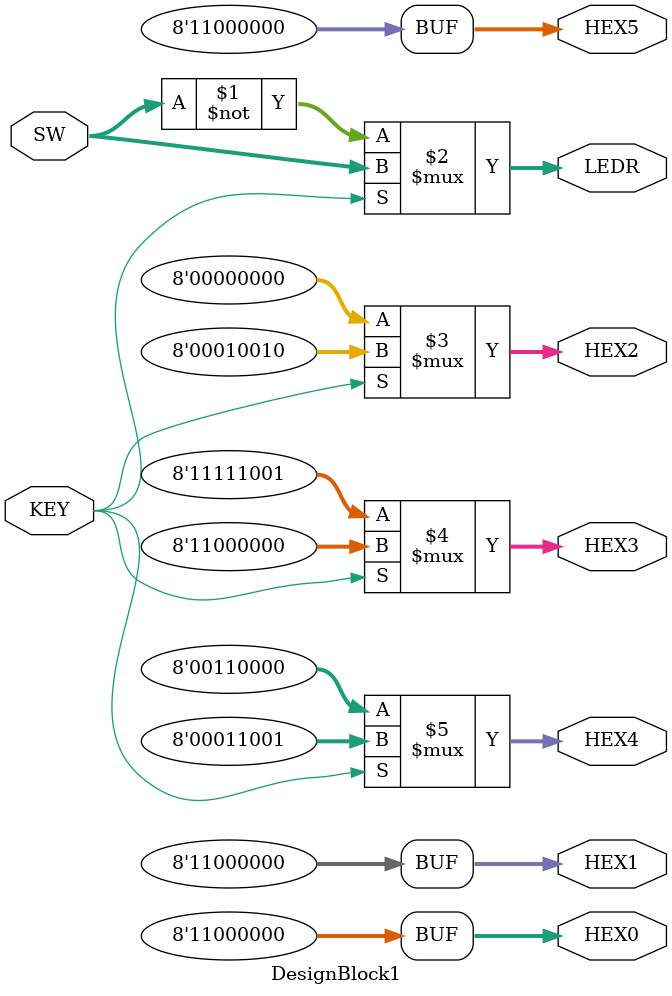
<source format=v>
module DesignBlock1(SW, LEDR, KEY, HEX0, HEX1, HEX2, HEX3, HEX4, HEX5);
	input [7:0] SW;
	input [0:0] KEY;
	output [7:0] LEDR;
	output [7:0] HEX0;
	output [7:0] HEX1;
	output [7:0] HEX2;
	output [7:0] HEX3;
	output [7:0] HEX4;
	output [7:0] HEX5;
	assign LEDR = KEY[0] ? SW: ~SW;
	assign HEX0 [7:0] = 8'b1100_0000; //0
	assign HEX1 [7:0] = 8'b1100_0000; //0
	assign HEX2 [7:0] = KEY[0] ? 8'b0001_0010 : 8'b0000_0000; //5 or 8
	assign HEX3 [7:0] = KEY[0] ? 8'b1100_0000 : 8'b1111_1001; //0 or 1
	assign HEX4 [7:0] = KEY[0] ? 8'b0001_1001 : 8'b0011_0000; //3 or 4
	assign HEX5 [7:0] = 8'b1100_0000; //0
endmodule   

//march 18th 2000
//03/18/00
//04/05/00
</source>
